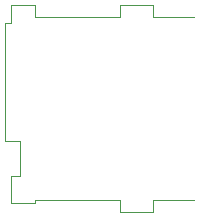
<source format=gbr>
G04 #@! TF.FileFunction,Other,User*
%FSLAX46Y46*%
G04 Gerber Fmt 4.6, Leading zero omitted, Abs format (unit mm)*
G04 Created by KiCad (PCBNEW 4.0.7) date Thu Feb 22 23:31:33 2018*
%MOMM*%
%LPD*%
G01*
G04 APERTURE LIST*
%ADD10C,0.020000*%
%ADD11C,0.050000*%
G04 APERTURE END LIST*
D10*
D11*
X113593000Y-65211500D02*
X110093000Y-65211500D01*
X110093000Y-65211500D02*
X110093000Y-64211500D01*
X110093000Y-64211500D02*
X107343000Y-64211500D01*
X107343000Y-64211500D02*
X107343000Y-65211500D01*
X107343000Y-65211500D02*
X100093000Y-65211500D01*
X100093000Y-65211500D02*
X100093000Y-64211500D01*
X100093000Y-64211500D02*
X98093000Y-64211500D01*
X98093000Y-64211500D02*
X98093000Y-65711500D01*
X98093000Y-65711500D02*
X97593000Y-65711500D01*
X97593000Y-65711500D02*
X97593000Y-75711500D01*
X97593000Y-75711500D02*
X98843000Y-75711500D01*
X98843000Y-75711500D02*
X98843000Y-78711500D01*
X98843000Y-78711500D02*
X98093000Y-78711500D01*
X98093000Y-78711500D02*
X98093000Y-80961500D01*
X98093000Y-80961500D02*
X100093000Y-80961500D01*
X100093000Y-80961500D02*
X100093000Y-80711500D01*
X100093000Y-80711500D02*
X107343000Y-80711500D01*
X107343000Y-80711500D02*
X107343000Y-81711500D01*
X107343000Y-81711500D02*
X110093000Y-81711500D01*
X110093000Y-81711500D02*
X110093000Y-80711500D01*
X110093000Y-80711500D02*
X113593000Y-80711500D01*
M02*

</source>
